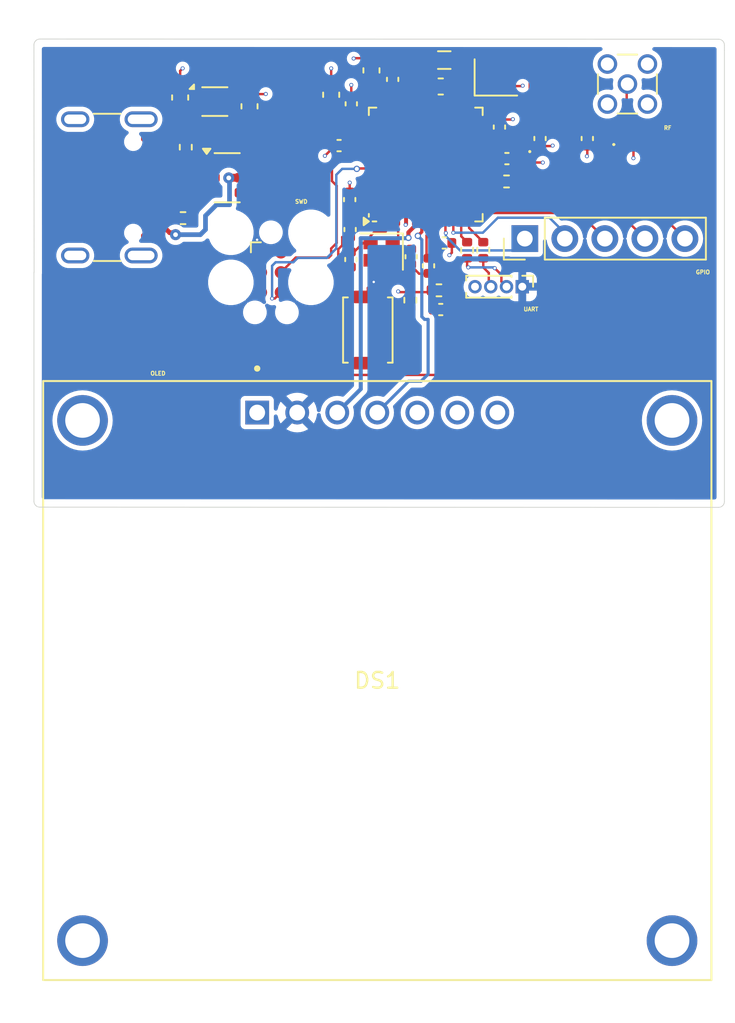
<source format=kicad_pcb>
(kicad_pcb (version 20240108) (generator "pcbnew") (generator_version "8.0")
  (title_block (title "STM32_WB_I2C_LCD") (date "2024-04-02") (rev "0.1") (company "JOHMS_LAB"))
  (layers (0 "F.Cu" signal) (1 "In1.Cu" signal) (2 "In2.Cu" signal) (31 "B.Cu" signal) (34 "B.Paste" user) (35 "F.Paste" user) (36 "B.SilkS" user "B.Silkscreen") (37 "F.SilkS" user "F.Silkscreen") (38 "B.Mask" user) (39 "F.Mask" user) (44 "Edge.Cuts" user))
  (net 0 "")
  (net 1 "GND")
  (net 2 "+3V3")
  (net 3 "/SMPSFB")
  (net 4 "/LSE_IN")
  (net 5 "/LSE_OUT")
  (net 6 "/RF")
  (net 7 "/RF_Match")
  (net 8 "/SWD_NRST")
  (net 9 "/BOOT0")
  (net 10 "+5V")
  (net 11 "Net-(R5--)")
  (net 12 "Net-(R5-+)")
  (net 13 "/RF_Antenna")
  (net 14 "Net-(J2-SWDIO)")
  (net 15 "Net-(J2-SWO)")
  (net 16 "Net-(J2-SWCLK)")
  (net 17 "/GPIO5")
  (net 18 "/GPIO3")
  (net 19 "/GPIO4")
  (net 20 "/GPIO2")
  (net 21 "/GPIO1")
  (net 22 "/SMPSLX")
  (net 23 "/SMPSLXL")
  (net 24 "Net-(R2-+)")
  (net 25 "/UART_TX")
  (net 26 "Net-(J3-Pin_2)")
  (net 27 "Net-(J3-Pin_3)")
  (net 28 "/UART_RX")
  (net 33 "/SCL")
  (net 40 "/HSE_OUT")
  (net 42 "/SDA")
  (net 43 "/HSE_IN")
  (net 47 "/USB_D-")
  (net 48 "/USB_D+")
  (net 49 "Net-(J5-CC1)")
  (net 50 "Net-(J5-CC2)")
  (footprint "Capacitor_SMD:C_0603_1608Metric" (layer "F.Cu") (at 216.405 89.755 90)
    (property "Reference" "C8" (hide yes))
    (property "Value" "4.7uF")
  )
  (footprint "Capacitor_SMD:C_0402_1005Metric" (layer "F.Cu") (at 217.75 90.325 90)
    (property "Reference" "C9" (hide yes))
    (property "Value" "100nF")
  )
  (footprint "Capacitor_SMD:C_0402_1005Metric" (layer "F.Cu") (at 215.025 97.95 90)
    (property "Reference" "C5" (hide yes))
    (property "Value" "100nF")
  )
  (footprint "LED_SMD:LED_0402_1005Metric_Pad0.77x0.64mm_HandSolder" (layer "F.Cu") (at 226.45 96.17 -90)
    (property "Reference" "D1" (hide yes))
    (property "Value" "LED")
  )
  (footprint "Capacitor_SMD:C_0402_1005Metric" (layer "F.Cu") (at 215.125 91.875 90)
    (property "Reference" "C6" (hide yes))
    (property "Value" "100nF")
  )
  (footprint "Crystal:Crystal_SMD_2016-4Pin_2.0x1.6mm" (layer "F.Cu") (at 224.3 90.2)
    (property "Reference" "Y2" (hide yes))
    (property "Value" "32MHz")
  )
  (footprint "Capacitor_SMD:C_0603_1608Metric" (layer "F.Cu") (at 213.85 91.3 90)
    (property "Reference" "C7" (hide yes))
    (property "Value" "4.7uF")
  )
  (footprint "Capacitor_SMD:C_0402_1005Metric" (layer "F.Cu") (at 224.525 93.35 90)
    (property "Reference" "C3" (hide yes))
    (property "Value" "100nF")
  )
  (footprint "Resistor_SMD:R_0402_1005Metric" (layer "F.Cu") (at 224.975 96.8)
    (property "Reference" "R5" (hide yes))
    (property "Value" "220")
  )
  (footprint "Capacitor_SMD:C_0603_1608Metric" (layer "F.Cu") (at 208.6675 92.0325 90)
    (property "Reference" "C19" (hide yes))
    (property "Value" "4.7uF")
  )
  (footprint "Package_DFN_QFN:QFN-48-1EP_7x7mm_P0.5mm_EP5.6x5.6mm" (layer "F.Cu") (at 219.85 95.725 90)
    (property "Reference" "U1" (hide yes))
    (property "Value" "STM32WB55CEU6")
  )
  (footprint "Resistor_SMD:R_0402_1005Metric" (layer "F.Cu") (at 223.5 101.16 -90)
    (property "Reference" "R7" (hide yes))
    (property "Value" "100")
  )
  (footprint "Package_TO_SOT_SMD:SOT-23-6" (layer "F.Cu") (at 207.25 96.5625)
    (property "Reference" "U2" (hide yes))
    (property "Value" "USBLC6-2SC6")
  )
  (footprint "Package_DFN_QFN:MLF-6-1EP_1.6x1.6mm_P0.5mm_EP0.5x1.26mm" (layer "F.Cu") (at 206.4675 91.7325)
    (property "Reference" "U3" (hide yes))
    (property "Value" "MIC5353-3.3YMT")
  )
  (footprint "Connector_PinHeader_2.54mm:PinHeader_1x05_P2.54mm_Vertical" (layer "F.Cu") (at 226.135 100.425 90)
    (property "Reference" "J4" (hide yes))
    (property "Value" "Conn_01x05_Pin")
  )
  (footprint "Connector_Coaxial:MMCX_Molex_73415-1471_Vertical" (layer "F.Cu") (at 232.645 90.62)
    (property "Reference" "J1" (hide yes))
    (property "Value" "Conn_Coaxial")
  )
  (footprint "Button_Switch_SMD:SW_Push_SPST_NO_Alps_SKRK" (layer "F.Cu") (at 216.175 106.225 -90)
    (property "Reference" "SW1" (hide yes))
    (property "Value" "SW_Push")
  )
  (footprint "Connector:Tag-Connect_TC2030-IDC-FP_2x03_P1.27mm_Vertical" (layer "F.Cu") (at 210.025 102.565 -90)
    (property "Reference" "J2" (hide yes))
    (property "Value" "Conn_ARM_SWD_TagConnect_TC2030")
  )
  (footprint "Connector_PinHeader_1.00mm:PinHeader_1x04_P1.00mm_Vertical" (layer "F.Cu") (at 225.975 103.475 -90)
    (property "Reference" "J3" (hide yes))
    (property "Value" "Conn_01x04")
  )
  (footprint "Capacitor_SMD:C_0402_1005Metric" (layer "F.Cu") (at 230.1 94.075 -90)
    (property "Reference" "C15" (hide yes))
    (property "Value" "0p3")
  )
  (footprint "DLF162500LT-5028A1:DLF162500LT5028A1" (layer "F.Cu") (at 233.03 94.557)
    (property "Reference" "FL1" (hide yes))
    (property "Value" "DLF162500LT-5028A1" (hide yes))
  )
  (footprint "Inductor_SMD:L_0402_1005Metric" (layer "F.Cu") (at 218.75 90.5955 -90)
    (property "Reference" "L1" (hide yes))
    (property "Value" "10nH")
  )
  (footprint "Capacitor_SMD:C_0603_1608Metric" (layer "F.Cu") (at 204.2675 91.475 90)
    (property "Reference" "C18" (hide yes))
    (property "Value" "4.7uF")
  )
  (footprint "Capacitor_SMD:C_0402_1005Metric" (layer "F.Cu") (at 215.1 101.75 90)
    (property "Reference" "C12" (hide yes))
    (property "Value" "10pF")
  )
  (footprint "Resistor_SMD:R_0402_1005Metric" (layer "F.Cu") (at 204.625 94.625 90)
    (property "Reference" "R3" (hide yes))
    (property "Value" "5k1")
  )
  (footprint "Resistor_SMD:R_0402_1005Metric" (layer "F.Cu") (at 222.475 101.16 -90)
    (property "Reference" "R6" (hide yes))
    (property "Value" "100")
  )
  (footprint "Capacitor_SMD:C_0402_1005Metric" (layer "F.Cu") (at 220.025 102.15 -90)
    (property "Reference" "C16" (hide yes))
    (property "Value" "100n")
  )
  (footprint "Capacitor_SMD:C_0402_1005Metric" (layer "F.Cu") (at 225 95.35)
    (property "Reference" "C2" (hide yes))
    (property "Value" "100nF")
  )
  (footprint "Resistor_SMD:R_0402_1005Metric" (layer "F.Cu") (at 220.687 103.705)
    (property "Reference" "R1" (hide yes))
    (property "Value" "5k1")
  )
  (footprint "Capacitor_SMD:C_0603_1608Metric" (layer "F.Cu") (at 220.8 90.775)
    (property "Reference" "C11" (hide yes))
    (property "Value" "4u7F")
  )
  (footprint "AOM12864A0-1.54WW-ANO:LCD_AOM12864A0-1.54WW-ANO" (layer "F.Cu") (at 216.775 128.4595)
    (property "Reference" "DS1")
    (property "Value" "AOM12864A0-1.54WW-ANO")
  )
  (footprint "Capacitor_SMD:C_0402_1005Metric" (layer "F.Cu") (at 214.35 94.525 180)
    (property "Reference" "C10" (hide yes))
    (property "Value" "100nF")
  )
  (footprint "Resistor_SMD:R_0402_1005Metric" (layer "F.Cu") (at 204.45 99.125)
    (property "Reference" "R4" (hide yes))
    (property "Value" "5k1")
  )
  (footprint "Crystal:Crystal_SMD_2016-4Pin_2.0x1.6mm" (layer "F.Cu") (at 217.05 101.25 180)
    (property "Reference" "Y1" (hide yes))
    (property "Value" "32.768kHz")
  )
  (footprint "Inductor_SMD:L_0805_2012Metric" (layer "F.Cu") (at 221.025 89.1 180)
    (property "Reference" "L2" (hide yes))
    (property "Value" "10uH")
  )
  (footprint "Inductor_SMD:L_0402_1005Metric" (layer "F.Cu") (at 228.6 93.625 180)
    (property "Reference" "L3" (hide yes))
    (property "Value" "2n7")
  )
  (footprint "Capacitor_SMD:C_0402_1005Metric" (layer "F.Cu") (at 220.8 104.925)
    (property "Reference" "C17" (hide yes))
    (property "Value" "100nF")
  )
  (footprint "Capacitor_SMD:C_0402_1005Metric" (layer "F.Cu") (at 215.05 99.85 -90)
    (property "Reference" "C1" (hide yes))
    (property "Value" "100nF")
  )
  (footprint "Resistor_SMD:R_0402_1005Metric" (layer "F.Cu") (at 218.872 104.33 90)
    (property "Reference" "R2" (hide yes))
    (property "Value" "100")
  )
  (footprint "Capacitor_SMD:C_0402_1005Metric" (layer "F.Cu") (at 221.025 100.7)
    (property "Reference" "C4" (hide yes))
    (property "Value" "100nF")
  )
  (footprint "Connector_USB:USB_C_Receptacle_GCT_USB4105-xx-A_16P_TopMnt_Horizontal" (layer "F.Cu") (at 198.685 97.175 -90)
    (property "Reference" "J5" (hide yes))
    (property "Value" "USB_C_Receptacle_USB2.0_16P")
  )
  (footprint "Capacitor_SMD:C_0402_1005Metric" (layer "F.Cu") (at 218.925 101.575 90)
    (property "Reference" "C13" (hide yes))
    (property "Value" "10pF")
  )
  (footprint "Capacitor_SMD:C_0402_1005Metric" (layer "F.Cu") (at 227.1 94.075 -90)
    (property "Reference" "C14" (hide yes))
    (property "Value" "0p8")
  )
  (gr_arc (start 238.425 87.775) (mid 238.690165 87.884835) (end 238.8 88.15) (stroke (width 0.05)) (layer "Edge.Cuts"))
  (gr_arc (start 195.365165 117.459835) (mid 195.1 117.35) (end 194.990165 117.084835) (stroke (width 0.05)) (layer "Edge.Cuts"))
  (gr_line (start 238.8 117.1) (end 238.8 88.475) (stroke (width 0.05)) (layer "Edge.Cuts"))
  (gr_line (start 238.425 87.775) (end 195.365165 87.765165) (stroke (width 0.05)) (layer "Edge.Cuts"))
  (gr_line (start 195.365165 117.459835) (end 238.425 117.475) (stroke (width 0.05)) (layer "Edge.Cuts"))
  (gr_arc (start 238.8 117.1) (mid 238.690165 117.365165) (end 238.425 117.475) (stroke (width 0.05)) (layer "Edge.Cuts"))
  (gr_line (start 194.990165 102.559835) (end 194.990165 117.084835) (stroke (width 0.05)) (layer "Edge.Cuts"))
  (gr_line (start 194.990165 88.140165) (end 195 102.575) (stroke (width 0.05)) (layer "Edge.Cuts"))
  (gr_arc (start 194.990165 88.140165) (mid 195.1 87.875) (end 195.365165 87.765165) (stroke (width 0.05)) (layer "Edge.Cuts"))
  (gr_line (start 238.8 88.475) (end 238.8 88.15) (stroke (width 0.05)) (layer "Edge.Cuts"))
  (gr_text "UART\n" (at 226.025 105.05 0) (layer "F.SilkS") (effects (font (size 0.25 0.25) (thickness 0.0625)) (justify left bottom)))
  (gr_text "RF" (at 234.925 93.55 0) (layer "F.SilkS") (effects (font (size 0.25 0.25) (thickness 0.0625)) (justify left bottom)))
  (gr_text "OLED\n\n" (at 202.35 109.525 0) (layer "F.SilkS") (effects (font (size 0.25 0.25) (thickness 0.0625)) (justify left bottom)))
  (gr_text "GPIO\n" (at 236.95 102.7 0) (layer "F.SilkS") (effects (font (size 0.25 0.25) (thickness 0.0625)) (justify left bottom)))
  (gr_text "SWD\n" (at 211.525 98.225 0) (layer "F.SilkS") (effects (font (size 0.25 0.25) (thickness 0.0625)) (justify left bottom)))
  (segment (start 219.1 92.2875) (end 219.1 94.975) (width 0.152) (layer "F.Cu") (net 1))
  (segment (start 230.1 94.555) (end 230.1 95.175) (width 0.152) (layer "F.Cu") (net 1))
  (segment (start 218.925 102.15) (end 219.425 102.65) (width 0.152) (layer "F.Cu") (net 1))
  (segment (start 220.42 103.025) (end 220.025 102.63) (width 0.152) (layer "F.Cu") (net 1))
  (segment (start 223.6 89.65) (end 223.4 89.65) (width 0.152) (layer "F.Cu") (net 1))
  (segment (start 208.6675 91.2575) (end 209.6925 91.2575) (width 0.152) (layer "F.Cu") (net 1))
  (segment (start 218.925 102.055) (end 218.925 102.15) (width 0.152) (layer "F.Cu") (net 1))
  (segment (start 222.275 90.775) (end 221.575 90.775) (width 0.152) (layer "F.Cu") (net 1))
  (segment (start 227.1 94.555) (end 227.87 94.555) (width 0.152) (layer "F.Cu") (net 1))
  (segment (start 223.4 89.65) (end 222.275 90.775) (width 0.152) (layer "F.Cu") (net 1))
  (segment (start 204.2675 90.7) (end 204.2675 89.7825) (width 0.152) (layer "F.Cu") (net 1))
  (segment (start 214.805 102.23) (end 215.1 102.23) (width 0.152) (layer "F.Cu") (net 1))
  (segment (start 213.85 90.525) (end 213.85 89.625) (width 0.152) (layer "F.Cu") (net 1))
  (segment (start 219.1 94.975) (end 219.85 95.725) (width 0.152) (layer "F.Cu") (net 1))
  (segment (start 233.03 94.33) (end 233.03 94.784) (width 0.152) (layer "F.Cu") (net 1))
  (segment (start 220.005 102.65) (end 220.025 102.63) (width 0.152) (layer "F.Cu") (net 1))
  (segment (start 227.87 94.555) (end 227.9 94.525) (width 0.152) (layer "F.Cu") (net 1))
  (segment (start 209.6925 91.2575) (end 209.7 91.25) (width 0.152) (layer "F.Cu") (net 1))
  (segment (start 221.15 103.658) (end 221.15 103.025) (width 0.152) (layer "F.Cu") (net 1))
  (segment (start 204.2675 89.7825) (end 204.425 89.625) (width 0.152) (layer "F.Cu") (net 1))
  (segment (start 225 90.75) (end 225.975 90.75) (width 0.152) (layer "F.Cu") (net 1))
  (segment (start 221.15 103.025) (end 220.42 103.025) (width 0.152) (layer "F.Cu") (net 1))
  (segment (start 225.48 95.35) (end 226.2025 95.35) (width 0.152) (layer "F.Cu") (net 1))
  (segment (start 214.557 100.33) (end 214.552 100.325) (width 0.152) (layer "F.Cu") (net 1))
  (segment (start 214.3 101.097804) (end 214.3 101.725) (width 0.152) (layer "F.Cu") (net 1))
  (segment (start 214.3 101.725) (end 214.805 102.23) (width 0.152) (layer "F.Cu") (net 1))
  (segment (start 221.6 93.975) (end 219.85 95.725) (width 0.152) (layer "F.Cu") (net 1))
  (segment (start 213.45 95.175) (end 213.87 94.755) (width 0.152) (layer "F.Cu") (net 1))
  (segment (start 225.975 90.75) (end 226 90.725) (width 0.152) (layer "F.Cu") (net 1))
  (segment (start 223.2875 93.975) (end 221.6 93.975) (width 0.152) (layer "F.Cu") (net 1))
  (segment (start 221.28 103.788) (end 221.197 103.705) (width 0.152) (layer "F.Cu") (net 1))
  (segment (start 224.525 92.87) (end 225.355 92.87) (width 0.152) (layer "F.Cu") (net 1))
  (segment (start 226.2025 95.35) (end 226.45 95.5975) (width 0.152) (layer "F.Cu") (net 1))
  (segment (start 215.025 96.875) (end 215.025 97.47) (width 0.152) (layer "F.Cu") (net 1))
  (segment (start 221.505 101.32) (end 221.505 100.7) (width 0.152) (layer "F.Cu") (net 1))
  (segment (start 226.45 95.5975) (end 227.2725 95.5975) (width 0.152) (layer "F.Cu") (net 1))
  (segment (start 233.03 94.784) (end 233.03 95.32) (width 0.152) (layer "F.Cu") (net 1))
  (segment (start 215.295 88.98) (end 215.275 89) (width 0.152) (layer "F.Cu") (net 1))
  (segment (start 230.1 95.175) (end 230.075 95.2) (width 0.152) (layer "F.Cu") (net 1))
  (segment (start 216.405 88.98) (end 215.295 88.98) (width 0.152) (layer "F.Cu") (net 1))
  (segment (start 214.552 100.845804) (end 214.3 101.097804) (width 0.152) (layer "F.Cu") (net 1))
  (segment (start 214.552 100.325) (end 214.552 100.845804) (width 0.152) (layer "F.Cu") (net 1))
  (segment (start 227.2725 95.5975) (end 227.275 95.6) (width 0.152) (layer "F.Cu") (net 1))
  (segment (start 221.35 101.475) (end 221.505 101.32) (width 0.152) (layer "F.Cu") (net 1))
  (segment (start 215.05 100.33) (end 214.557 100.33) (width 0.152) (layer "F.Cu") (net 1))
  (segment (start 219.425 102.65) (end 220.005 102.65) (width 0.152) (layer "F.Cu") (net 1))
  (segment (start 221.28 104.925) (end 221.28 103.788) (width 0.152) (layer "F.Cu") (net 1))
  (segment (start 225.355 92.87) (end 225.375 92.85) (width 0.152) (layer "F.Cu") (net 1))
  (segment (start 221.197 103.705) (end 221.15 103.658) (width 0.152) (layer "F.Cu") (net 1))
  (segment (start 215.125 91.395) (end 215.125 90.675) (width 0.152) (layer "F.Cu") (net 1))
  (segment (start 213.87 94.755) (end 213.87 94.525) (width 0.152) (layer "F.Cu") (net 1))
  (segment (start 221 103.508) (end 221.197 103.705) (width 0.152) (layer "F.Cu") (net 1))
  (segment (start 233.03 95.32) (end 233.025 95.325) (width 0.152) (layer "F.Cu") (net 1))
  (via (at 213.85 89.625) (size 0.256) (drill 0.152) (layers "F.Cu" "B.Cu") (net 1))
  (via (at 213.45 95.175) (size 0.256) (drill 0.152) (layers "F.Cu" "B.Cu") (net 1))
  (via (at 225.375 92.85) (size 0.256) (drill 0.152) (layers "F.Cu" "B.Cu") (net 1))
  (via (at 230.075 95.2) (size 0.256) (drill 0.152) (layers "F.Cu" "B.Cu") (net 1))
  (via (at 215.275 89) (size 0.256) (drill 0.152) (layers "F.Cu" "B.Cu") (net 1))
  (via (at 227.275 95.6) (size 0.256) (drill 0.152) (layers "F.Cu" "B.Cu") (net 1))
  (via (at 204.425 89.625) (size 0.256) (drill 0.152) (layers "F.Cu" "B.Cu") (net 1))
  (via (at 233.025 95.325) (size 0.256) (drill 0.152) (layers "F.Cu" "B.Cu") (net 1))
  (via (at 227.9 94.525) (size 0.256) (drill 0.152) (layers "F.Cu" "B.Cu") (net 1))
  (via (at 215.125 90.675) (size 0.256) (drill 0.152) (layers "F.Cu" "B.Cu") (net 1))
  (via (at 221.35 101.475) (size 0.256) (drill 0.152) (layers "F.Cu" "B.Cu") (net 1))
  (via (at 215.025 96.875) (size 0.256) (drill 0.152) (layers "F.Cu" "B.Cu") (net 1))
  (via (at 226 90.725) (size 0.256) (drill 0.152) (layers "F.Cu" "B.Cu") (net 1))
  (via (at 209.7 91.25) (size 0.256) (drill 0.152) (layers "F.Cu" "B.Cu") (net 1))
  (segment (start 216.025 91.8) (end 216.025 92.3) (width 0.152) (layer "F.Cu") (net 2))
  (segment (start 216.4125 98.475) (end 215.07 98.475) (width 0.256) (layer "F.Cu") (net 2))
  (segment (start 207.2675 93.0425) (end 207.275 93.05) (width 0.152) (layer "F.Cu") (net 2))
  (segment (start 216.3375 99.1625) (end 216.05 99.45) (width 0.256) (layer "F.Cu") (net 2))
  (segment (start 216.68 90.805) (end 216.405 90.53) (width 0.256) (layer "F.Cu") (net 2))
  (segment (start 208.6675 92.8075) (end 208.425 93.05) (width 0.152) (layer "F.Cu") (net 2))
  (segment (start 208.425 93.05) (end 207.275 93.05) (width 0.152) (layer "F.Cu") (net 2))
  (segment (start 215.18 92.3) (end 215.125 92.355) (width 0.152) (layer "F.Cu") (net 2))
  (segment (start 223.3125 95) (end 223.2875 94.975) (width 0.256) (layer "F.Cu") (net 2))
  (segment (start 215.07 98.475) (end 215.025 98.43) (width 0.256) (layer "F.Cu") (net 2))
  (segment (start 220.6 100.645) (end 220.545 100.7) (width 0.152) (layer "F.Cu") (net 2))
  (segment (start 216.025 92.3) (end 215.18 92.3) (width 0.152) (layer "F.Cu") (net 2))
  (segment (start 218.1 91.155) (end 217.75 90.805) (width 0.256) (layer "F.Cu") (net 2))
  (segment (start 216.4125 94.475) (end 214.88 94.475) (width 0.152) (layer "F.Cu") (net 2))
  (segment (start 218.1 92.2875) (end 218.1 91.155) (width 0.256) (layer "F.Cu") (net 2))
  (segment (start 217.1 99.1625) (end 216.3375 99.1625) (width 0.256) (layer "F.Cu") (net 2))
  (segment (start 224.525 93.83) (end 224.205 93.83) (width 0.256) (layer "F.Cu") (net 2))
  (segment (start 217.75 90.805) (end 216.68 90.805) (width 0.256) (layer "F.Cu") (net 2))
  (segment (start 217.5 91.525) (end 216.3 91.525) (width 0.152) (layer "F.Cu") (net 2))
  (segment (start 209.1 100.55) (end 209.15 100.5) (width 0.152) (layer "F.Cu") (net 2))
  (segment (start 216.175 103.55) (end 216.55 103.175) (width 0.152) (layer "F.Cu") (net 2))
  (segment (start 224.205 93.83) (end 223.85 93.475) (width 0.256) (layer "F.Cu") (net 2))
  (segment (start 216.05 99.45) (end 215.13 99.45) (width 0.256) (layer "F.Cu") (net 2))
  (segment (start 216.175 104.125) (end 216.175 103.55) (width 0.152) (layer "F.Cu") (net 2))
  (segment (start 215.13 99.45) (end 215.05 99.37) (width 0.256) (layer "F.Cu") (net 2))
  (segment (start 207.2675 92.2325) (end 207.2675 93.0425) (width 0.152) (layer "F.Cu") (net 2))
  (segment (start 217.6 91.625) (end 217.5 91.525) (width 0.152) (layer "F.Cu") (net 2))
  (segment (start 217.6 92.2875) (end 217.6 91.625) (width 0.152) (layer "F.Cu") (net 2))
  (segment (start 209.39 101.295) (end 209.39 100.89) (width 0.152) (layer "F.Cu") (net 2))
  (segment (start 209.39 100.89) (end 209.1 100.6) (width 0.152) (layer "F.Cu") (net 2))
  (segment (start 214.88 94.475) (end 214.83 94.525) (width 0.152) (layer "F.Cu") (net 2))
  (segment (start 224.52 95.22) (end 224.3 95) (width 0.256) (layer "F.Cu") (net 2))
  (segment (start 215.125 92.355) (end 214.13 92.355) (width 0.152) (layer "F.Cu") (net 2))
  (segment (start 214.13 92.355) (end 213.85 92.075) (width 0.152) (layer "F.Cu") (net 2))
  (segment (start 216.3 91.525) (end 216.025 91.8) (width 0.152) (layer "F.Cu") (net 2))
  (segment (start 224.52 95.35) (end 224.52 95.22) (width 0.256) (layer "F.Cu") (net 2))
  (segment (start 209.1 100.6) (end 209.1 100.55) (width 0.152) (layer "F.Cu") (net 2))
  (segment (start 223.85 93.475) (end 223.2875 93.475) (width 0.256) (layer "F.Cu") (net 2))
  (segment (start 220.6 99.1625) (end 220.6 100.645) (width 0.152) (layer "F.Cu") (net 2))
  (segment (start 224.3 95) (end 223.3125 95) (width 0.256) (layer "F.Cu") (net 2))
  (via (at 209.15 100.5) (size 0.256) (drill 0.152) (layers "F.Cu" "B.Cu") (net 2))
  (via (at 216.55 103.175) (size 0.256) (drill 0.152) (layers "F.Cu" "B.Cu") (net 2))
  (segment (start 219.6 91.2) (end 220.025 90.775) (width 0.152) (layer "F.Cu") (net 3))
  (segment (start 220.025 90.775) (end 220.975 89.825) (width 0.152) (layer "F.Cu") (net 3))
  (segment (start 220.975 89.2) (end 221.9875 89.2) (width 0.152) (layer "F.Cu") (net 3))
  (segment (start 219.6 92.2875) (end 219.6 91.2) (width 0.152) (layer "F.Cu") (net 3))
  (segment (start 221.9875 89.2) (end 222.0875 89.1) (width 0.152) (layer "F.Cu") (net 3))
  (segment (start 220.975 89.825) (end 220.975 89.2) (width 0.152) (layer "F.Cu") (net 3))
  (segment (start 217.3 99.975) (end 216.625 99.975) (width 0.152) (layer "F.Cu") (net 4))
  (segment (start 216.625 99.975) (end 216.35 100.25) (width 0.152) (layer "F.Cu") (net 4))
  (segment (start 217.6 99.675) (end 217.3 99.975) (width 0.152) (layer "F.Cu") (net 4))
  (segment (start 215.1 101.27) (end 215.305 101.27) (width 0.152) (layer "F.Cu") (net 4))
  (segment (start 215.875 100.7) (end 216.35 100.7) (width 0.152) (layer "F.Cu") (net 4))
  (segment (start 215.305 101.27) (end 215.875 100.7) (width 0.152) (layer "F.Cu") (net 4))
  (segment (start 216.35 100.25) (end 216.35 100.7) (width 0.152) (layer "F.Cu") (net 4))
  (segment (start 217.6 99.1625) (end 217.6 99.675) (width 0.152) (layer "F.Cu") (net 4))
  (segment (start 218.1 100.35) (end 217.75 100.7) (width 0.152) (layer "F.Cu") (net 5))
  (segment (start 218.145 101.095) (end 218.925 101.095) (width 0.152) (layer "F.Cu") (net 5))
  (segment (start 218.1 99.1625) (end 218.1 100.35) (width 0.152) (layer "F.Cu") (net 5))
  (segment (start 217.75 100.7) (end 218.145 101.095) (width 0.152) (layer "F.Cu") (net 5))
  (segment (start 227.1 93.595) (end 228.085 93.595) (width 0.152) (layer "F.Cu") (net 6))
  (segment (start 223.2875 94.475) (end 225.325 94.475) (width 0.152) (layer "F.Cu") (net 6))
  (segment (start 228.085 93.595) (end 228.115 93.625) (width 0.152) (layer "F.Cu") (net 6))
  (segment (start 226.205 93.595) (end 227.1 93.595) (width 0.152) (layer "F.Cu") (net 6))
  (segment (start 225.325 94.475) (end 226.205 93.595) (width 0.152) (layer "F.Cu") (net 6))
  (segment (start 229.085 93.625) (end 230.07 93.625) (width 0.152) (layer "F.Cu") (net 7))
  (segment (start 230.07 93.625) (end 230.1 93.595) (width 0.152) (layer "F.Cu") (net 7))
  (segment (start 230.1 93.595) (end 231.456 93.595) (width 0.152) (layer "F.Cu") (net 7))
  (segment (start 231.456 93.595) (end 232.418 94.557) (width 0.152) (layer "F.Cu") (net 7))
  (segment (start 220.445 101.67) (end 220.025 101.67) (width 0.152) (layer "F.Cu") (net 8))
  (segment (start 222.025 104.625) (end 221.85 104.45) (width 0.152) (layer "F.Cu") (net 8))
  (segment (start 219.9 100.225) (end 219.9 101.545) (width 0.152) (layer "F.Cu") (net 8))
  (segment (start 205.775 102.625) (end 205.775 104.075) (width 0.152) (layer "F.Cu") (net 8))
  (segment (start 219.9 101.545) (end 220.025 101.67) (width 0.152) (layer "F.Cu") (net 8))
  (segment (start 210.775 109.075) (end 222.025 109.075) (width 0.152) (layer "F.Cu") (net 8))
  (segment (start 220.1 100.025) (end 219.9 100.225) (width 0.152) (layer "F.Cu") (net 8))
  (segment (start 205.775 104.075) (end 210.775 109.075) (width 0.152) (layer "F.Cu") (net 8))
  (segment (start 220.1 99.1625) (end 220.1 100.025) (width 0.152) (layer "F.Cu") (net 8))
  (segment (start 206.775 101.625) (end 205.775 102.625) (width 0.152) (layer "F.Cu") (net 8))
  (segment (start 221.85 104.45) (end 221.85 103.075) (width 0.152) (layer "F.Cu") (net 8))
  (segment (start 222.025 109.075) (end 222.025 104.625) (width 0.152) (layer "F.Cu") (net 8))
  (segment (start 209.39 102.565) (end 209.39 102.54) (width 0.152) (layer "F.Cu") (net 8))
  (segment (start 221.85 103.075) (end 220.445 101.67) (width 0.152) (layer "F.Cu") (net 8))
  (segment (start 208.475 101.625) (end 206.775 101.625) (width 0.152) (layer "F.Cu") (net 8))
  (segment (start 209.39 102.54) (end 208.475 101.625) (width 0.152) (layer "F.Cu") (net 8))
  (segment (start 220.177 103.705) (end 220.177 104.782) (width 0.152) (layer "F.Cu") (net 9))
  (segment (start 218.6 99.525) (end 218.575 99.55) (width 0.152) (layer "F.Cu") (net 9))
  (segment (start 218.872 103.82) (end 220.062 103.82) (width 0.152) (layer "F.Cu") (net 9))
  (segment (start 218.145 103.82) (end 218.1 103.775) (width 0.152) (layer "F.Cu") (net 9))
  (segment (start 220.177 104.782) (end 220.32 104.925) (width 0.152) (layer "F.Cu") (net 9))
  (segment (start 218.872 103.82) (end 218.145 103.82) (width 0.152) (layer "F.Cu") (net 9))
  (segment (start 218.6 99.1625) (end 218.6 99.525) (width 0.152) (layer "F.Cu") (net 9))
  (segment (start 220.062 103.82) (end 220.177 103.705) (width 0.152) (layer "F.Cu") (net 9))
  (via (at 218.575 99.55) (size 0.256) (drill 0.152) (layers "F.Cu" "B.Cu") (net 9))
  (via (at 218.1 103.775) (size 0.256) (drill 0.152) (layers "F.Cu" "B.Cu") (net 9))
  (segment (start 204.2675 92.1075) (end 204.2675 92.25) (width 0.3) (layer "F.Cu") (net 10))
  (segment (start 203.6 100.05) (end 203.85 100.05) (width 0.3) (layer "F.Cu") (net 10))
  (segment (start 204.285 92.2325) (end 204.2675 92.25) (width 0.3) (layer "F.Cu") (net 10))
  (segment (start 205.1425 91.2325) (end 204.2675 92.1075) (width 0.3) (layer "F.Cu") (net 10))
  (segment (start 203.75 94.75) (end 203.75 92.725) (width 0.3) (layer "F.Cu") (net 10))
  (segment (start 207.35 96.575) (end 207.3625 96.5625) (width 0.5) (layer "F.Cu") (net 10))
  (segment (start 203.125 99.575) (end 202.365 99.575) (width 0.3) (layer "F.Cu") (net 10))
  (segment (start 204.225 92.25) (end 204.2675 92.25) (width 0.3) (layer "F.Cu") (net 10))
  (segment (start 203.6 100.05) (end 203.125 99.575) (width 0.3) (layer "F.Cu") (net 10))
  (segment (start 202.365 94.775) (end 203.725 94.775) (width 0.3) (layer "F.Cu") (net 10))
  (segment (start 207.3625 96.5625) (end 208.3875 96.5625) (width 0.5) (layer "F.Cu") (net 10))
  (segment (start 203.85 100.05) (end 203.975 100.175) (width 0.3) (layer "F.Cu") (net 10))
  (segment (start 205.6675 92.2325) (end 204.285 92.2325) (width 0.3) (layer "F.Cu") (net 10))
  (segment (start 203.75 92.725) (end 204.225 92.25) (width 0.3) (layer "F.Cu") (net 10))
  (segment (start 205.6675 91.2325) (end 205.1425 91.2325) (width 0.3) (layer "F.Cu") (net 10))
  (segment (start 203.725 94.775) (end 203.75 94.75) (width 0.3) (layer "F.Cu") (net 10))
  (via (at 203.975 100.175) (size 0.7) (drill 0.3) (layers "F.Cu" "B.Cu") (net 10))
  (via (at 207.35 96.575) (size 0.7) (drill 0.3) (layers "F.Cu" "B.Cu") (net 10))
  (segment (start 205.875 99.85) (end 205.875 98.975) (width 0.3) (layer "B.Cu") (net 10))
  (segment (start 207.4 96.625) (end 207.35 96.575) (width 0.3) (layer "B.Cu") (net 10))
  (segment (start 205.55 100.175) (end 205.875 99.85) (width 0.3) (layer "B.Cu") (net 10))
  (segment (start 207.4 98.275) (end 207.4 96.625) (width 0.3) (layer "B.Cu") (net 10))
  (segment (start 206.575 98.275) (end 207.4 98.275) (width 0.3) (layer "B.Cu") (net 10))
  (segment (start 205.875 98.975) (end 206.575 98.275) (width 0.3) (layer "B.Cu") (net 10))
  (segment (start 203.975 100.175) (end 205.55 100.175) (width 0.3) (layer "B.Cu") (net 10))
  (segment (start 225.485 96.8) (end 226.3925 96.8) (width 0.152) (layer "F.Cu") (net 11))
  (segment (start 226.3925 96.8) (end 226.45 96.7425) (width 0.152) (layer "F.Cu") (net 11))
  (segment (start 223.2875 96.975) (end 224.29 96.975) (width 0.152) (layer "F.Cu") (net 12))
  (segment (start 224.29 96.975) (end 224.465 96.8) (width 0.152) (layer "F.Cu") (net 12))
  (segment (start 233.643 94.557) (end 233.643 93.468) (width 0.152) (layer "F.Cu") (net 13))
  (segment (start 232.6 90.665) (end 232.645 90.62) (width 0.152) (layer "F.Cu") (net 13))
  (segment (start 232.6 92.425) (end 232.6 90.665) (width 0.152) (layer "F.Cu") (net 13))
  (segment (start 233.643 93.468) (end 232.6 92.425) (width 0.152) (layer "F.Cu") (net 13))
  (segment (start 215.45 93.85) (end 213.549944 93.85) (width 0.152) (layer "F.Cu") (net 14))
  (segment (start 211 100.955) (end 210.66 101.295) (width 0.152) (layer "F.Cu") (net 14))
  (segment (start 215.575 93.975) (end 215.45 93.85) (width 0.152) (layer "F.Cu") (net 14))
  (segment (start 216.4125 93.975) (end 215.575 93.975) (width 0.152) (layer "F.Cu") (net 14))
  (segment (start 213.549944 93.85) (end 213.025 94.374944) (width 0.152) (layer "F.Cu") (net 14))
  (segment (start 213.025 94.374944) (end 213.025 94.475) (width 0.152) (layer "F.Cu") (net 14))
  (segment (start 211 96.5) (end 211 100.955) (width 0.152) (layer "F.Cu") (net 14))
  (segment (start 213.025 94.475) (end 211 96.5) (width 0.152) (layer "F.Cu") (net 14))
  (segment (start 215.5 95.975) (end 215.475 96) (width 0.152) (layer "F.Cu") (net 15))
  (segment (start 210.27 104.225) (end 210.66 103.835) (width 0.152) (layer "F.Cu") (net 15))
  (segment (start 216.4125 95.975) (end 215.5 95.975) (width 0.152) (layer "F.Cu") (net 15))
  (segment (start 210.1 104.225) (end 210.27 104.225) (width 0.152) (layer "F.Cu") (net 15))
  (via (at 215.475 96) (size 0.4) (drill 0.256) (layers "F.Cu" "B.Cu") (net 15))
  (via (at 210.1 104.225) (size 0.256) (drill 0.152) (layers "F.Cu" "B.Cu") (net 15))
  (segment (start 210.1 102.15) (end 210.325 101.925) (width 0.152) (layer "B.Cu") (net 15))
  (segment (start 214.55 96) (end 215.475 96) (width 0.152) (layer "B.Cu") (net 15))
  (segment (start 210.1 104.225) (end 210.1 102.15) (width 0.152) (layer "B.Cu") (net 15))
  (segment (start 211.45 101.925) (end 211.725 101.65) (width 0.152) (layer "B.Cu") (net 15))
  (segment (start 213.575 101.65) (end 214.175 101.05) (width 0.152) (layer "B.Cu") (net 15))
  (segment (start 211.725 101.65) (end 213.575 101.65) (width 0.152) (layer "B.Cu") (net 15))
  (segment (start 214.175 101.05) (end 214.175 96.375) (width 0.152) (layer "B.Cu") (net 15))
  (segment (start 214.175 96.375) (end 214.55 96) (width 0.152) (layer "B.Cu") (net 15))
  (segment (start 210.325 101.925) (end 211.45 101.925) (width 0.152) (layer "B.Cu") (net 15))
  (segment (start 215.35 95.25) (end 215.35625 95.25625) (width 0.152) (layer "F.Cu") (net 16))
  (segment (start 213.9 95.625) (end 214.275 95.25) (width 0.152) (layer "F.Cu") (net 16))
  (segment (start 213.85 101.475) (end 213.85 101.05) (width 0.152) (layer "F.Cu") (net 16))
  (segment (start 214.2 97.075) (end 213.9 96.775) (width 0.152) (layer "F.Cu") (net 16))
  (segment (start 213.7 101.625) (end 213.85 101.475) (width 0.152) (layer "F.Cu") (net 16))
  (segment (start 215.6375 94.975) (end 216.4125 94.975) (width 0.152) (layer "F.Cu") (net 16))
  (segment (start 215.35625 95.25625) (end 215.6375 94.975) (width 0.152) (layer "F.Cu") (net 16))
  (segment (start 211.6 101.625) (end 213.7 101.625) (width 0.152) (layer "F.Cu") (net 16))
  (segment (start 213.9 96.775) (end 213.9 95.625) (width 0.152) (layer "F.Cu") (net 16))
  (segment (start 210.66 102.565) (end 211.6 101.625) (width 0.152) (layer "F.Cu") (net 16))
  (segment (start 214.275 95.25) (end 215.35 95.25) (width 0.152) (layer "F.Cu") (net 16))
  (segment (start 213.85 101.05) (end 214.2 100.7) (width 0.152) (layer "F.Cu") (net 16))
  (segment (start 214.2 100.7) (end 214.2 97.075) (width 0.152) (layer "F.Cu") (net 16))
  (segment (start 223.2875 97.475) (end 233.345 97.475) (width 0.152) (layer "F.Cu") (net 17))
  (segment (start 233.345 97.475) (end 236.295 100.425) (width 0.152) (layer "F.Cu") (net 17))
  (segment (start 231.215 100.425) (end 229.975 99.185) (width 0.152) (layer "F.Cu") (net 18))
  (segment (start 229.975 99.185) (end 229.975 99.075) (width 0.152) (layer "F.Cu") (net 18))
  (segment (start 229.7 98.8) (end 223.6125 98.8) (width 0.152) (layer "F.Cu") (net 18))
  (segment (start 223.6125 98.8) (end 223.2875 98.475) (width 0.152) (layer "F.Cu") (net 18))
  (segment (start 229.975 99.075) (end 229.7 98.8) (width 0.152) (layer "F.Cu") (net 18))
  (segment (start 223.2875 97.975) (end 231.305 97.975) (width 0.152) (layer "F.Cu") (net 19))
  (segment (start 231.305 97.975) (end 233.755 100.425) (width 0.152) (layer "F.Cu") (net 19))
  (segment (start 221.6 99.1625) (end 221.6 100.05) (width 0.152) (layer "F.Cu") (net 20))
  (via (at 221.6 100.05) (size 0.256) (drill 0.152) (layers "F.Cu" "B.Cu") (net 20))
  (segment (start 221.6 100.05) (end 223.475 100.05) (width 0.152) (layer "B.Cu") (net 20))
  (segment (start 224.425 99.1) (end 227.7 99.1) (width 0.152) (layer "B.Cu") (net 20))
  (segment (start 228.675 100.075) (end 228.675 100.425) (width 0.152) (layer "B.Cu") (net 20))
  (segment (start 227.7 99.1) (end 228.675 100.075) (width 0.152) (layer "B.Cu") (net 20))
  (segment (start 223.475 100.05) (end 224.425 99.1) (width 0.152) (layer "B.Cu") (net 20))
  (segment (start 221.125 100.075) (end 221.1 100.05) (width 0.152) (layer "F.Cu") (net 21))
  (segment (start 221.1 100.05) (end 221.1 99.1625) (width 0.152) (layer "F.Cu") (net 21))
  (via (at 221.125 100.075) (size 0.256) (drill 0.152) (layers "F.Cu" "B.Cu") (net 21))
  (segment (start 221.125 100.275) (end 222.025 101.175) (width 0.152) (layer "B.Cu") (net 21))
  (segment (start 221.125 100.075) (end 221.125 100.275) (width 0.152) (layer "B.Cu") (net 21))
  (segment (start 225.385 101.175) (end 226.135 100.425) (width 0.152) (layer "B.Cu") (net 21))
  (segment (start 222.025 101.175) (end 225.385 101.175) (width 0.152) (layer "B.Cu") (net 21))
  (segment (start 218.6 91.2305) (end 218.75 91.0805) (width 0.152) (layer "F.Cu") (net 22))
  (segment (start 218.6 92.2875) (end 218.6 91.2305) (width 0.152) (layer "F.Cu") (net 22))
  (segment (start 218.925 89.1) (end 219.9625 89.1) (width 0.152) (layer "F.Cu") (net 23))
  (segment (start 218.75 89.275) (end 218.925 89.1) (width 0.152) (layer "F.Cu") (net 23))
  (segment (start 218.75 90.1105) (end 218.75 89.275) (width 0.152) (layer "F.Cu") (net 23))
  (segment (start 218.2 108.325) (end 216.175 108.325) (width 0.152) (layer "F.Cu") (net 24))
  (segment (start 218.25 108.275) (end 218.2 108.325) (width 0.152) (layer "F.Cu") (net 24))
  (segment (start 218.872 104.84) (end 218.25 105.462) (width 0.152) (layer "F.Cu") (net 24))
  (segment (start 218.25 105.462) (end 218.25 108.275) (width 0.152) (layer "F.Cu") (net 24))
  (segment (start 222.1 99.1625) (end 222.1 100.275) (width 0.152) (layer "F.Cu") (net 25))
  (segment (start 222.1 100.275) (end 222.475 100.65) (width 0.152) (layer "F.Cu") (net 25))
  (segment (start 222.475 102.175) (end 222.55 102.25) (width 0.152) (layer "F.Cu") (net 26))
  (segment (start 224.65 102.675) (end 224.65 103.15) (width 0.152) (layer "F.Cu") (net 26))
  (segment (start 224.6 102.675) (end 224.65 102.675) (width 0.152) (layer "F.Cu") (net 26))
  (segment (start 222.475 101.67) (end 222.475 102.175) (width 0.152) (layer "F.Cu") (net 26))
  (segment (start 224.65 103.15) (end 224.975 103.475) (width 0.152) (layer "F.Cu") (net 26))
  (segment (start 224.225 102.3) (end 224.6 102.675) (width 0.152) (layer "F.Cu") (net 26))
  (via (at 222.55 102.25) (size 0.256) (drill 0.152) (layers "F.Cu" "B.Cu") (net 26))
  (via (at 224.225 102.3) (size 0.256) (drill 0.152) (layers "F.Cu" "B.Cu") (net 26))
  (segment (start 224.175 102.25) (end 224.225 102.3) (width 0.152) (layer "B.Cu") (net 26))
  (segment (start 222.55 102.25) (end 224.175 102.25) (width 0.152) (layer "B.Cu") (net 26))
  (segment (start 223.85 103.35) (end 223.975 103.475) (width 0.152) (layer "F.Cu") (net 27))
  (segment (start 223.5 101.67) (end 223.5 102.25) (width 0.152) (layer "F.Cu") (net 27))
  (segment (start 223.5 102.25) (end 223.85 102.6) (width 0.152) (layer "F.Cu") (net 27))
  (segment (start 223.85 102.6) (end 223.85 103.35) (width 0.152) (layer "F.Cu") (net 27))
  (segment (start 222.6 99.75) (end 223.5 100.65) (width 0.152) (layer "F.Cu") (net 28))
  (segment (start 222.6 99.1625) (end 222.6 99.75) (width 0.152) (layer "F.Cu") (net 28))
  (segment (start 218.75 100.025) (end 219.1 99.675) (width 0.256) (layer "F.Cu") (net 33))
  (segment (start 219.1 99.675) (end 219.1 99.1625) (width 0.2) (layer "F.Cu") (net 33))
  (segment (start 218.75 100.375) (end 218.75 100.025) (width 0.256) (layer "F.Cu") (net 33))
  (via (at 218.75 100.375) (size 0.4) (drill 0.256) (layers "F.Cu" "B.Cu") (net 33))
  (segment (start 215.725 100.4) (end 215.725 109.9695) (width 0.256) (layer "B.Cu") (net 33))
  (segment (start 218.75 100.375) (end 218.725 100.4) (width 0.256) (layer "B.Cu") (net 33))
  (segment (start 215.725 109.9695) (end 214.235 111.4595) (width 0.256) (layer "B.Cu") (net 33))
  (segment (start 218.725 100.4) (end 215.725 100.4) (width 0.256) (layer "B.Cu") (net 33))
  (segment (start 223.65 91.9) (end 226.225 91.9) (width 0.256) (layer "F.Cu") (net 40))
  (segment (start 223.2875 92.975) (end 223.2875 92.2625) (width 0.256) (layer "F.Cu") (net 40))
  (segment (start 226.5 91.625) (end 226.5 89.75) (width 0.256) (layer "F.Cu") (net 40))
  (segment (start 226.225 91.9) (end 226.5 91.625) (width 0.256) (layer "F.Cu") (net 40))
  (segment (start 226.4 89.65) (end 225 89.65) (width 0.256) (layer "F.Cu") (net 40))
  (segment (start 223.2875 92.2625) (end 223.65 91.9) (width 0.256) (layer "F.Cu") (net 40))
  (segment (start 226.5 89.75) (end 226.4 89.65) (width 0.256) (layer "F.Cu") (net 40))
  (segment (start 219.35 100.25) (end 219.6 100) (width 0.2) (layer "F.Cu") (net 42))
  (segment (start 219.6 100) (end 219.6 99.1625) (width 0.2) (layer "F.Cu") (net 42))
  (via (at 219.35 100.25) (size 0.4) (drill 0.256) (layers "F.Cu" "B.Cu") (net 42))
  (segment (start 219.6 105.375) (end 219.775 105.55) (width 0.2) (layer "B.Cu") (net 42))
  (segment (start 220 105.55) (end 220 109.025) (width 0.2) (layer "B.Cu") (net 42))
  (segment (start 219.35 100.25) (end 219.6 100.5) (width 0.2) (layer "B.Cu") (net 42))
  (segment (start 220 109.025) (end 219.55 109.475) (width 0.2) (layer "B.Cu") (net 42))
  (segment (start 218.7595 109.475) (end 216.775 111.4595) (width 0.2) (layer "B.Cu") (net 42))
  (segment (start 219.775 105.55) (end 220 105.55) (width 0.2) (layer "B.Cu") (net 42))
  (segment (start 219.55 109.475) (end 218.7595 109.475) (width 0.2) (layer "B.Cu") (net 42))
  (segment (start 219.6 100.5) (end 219.6 105.375) (width 0.2) (layer "B.Cu") (net 42))
  (segment (start 222.6 92.2875) (end 222.6 91.75) (width 0.256) (layer "F.Cu") (net 43))
  (segment (start 222.6 91.75) (end 223.6 90.75) (width 0.256) (layer "F.Cu") (net 43))
  (segment (start 209.475 96.3375) (end 209.8784 96.3375) (width 0.2) (layer "F.Cu") (net 47))
  (segment (start 202.365 97.425) (end 201.55 97.425) (width 0.2) (layer "F.Cu") (net 47))
  (segment (start 201.4 97.275) (end 201.4 96.425) (width 0.2) (layer "F.Cu") (net 47))
  (segment (start 209.8784 96.3375) (end 213.2159 93) (width 0.2) (layer "F.Cu") (net 47))
  (segment (start 215.756249 92.975) (end 216.4125 92.975) (width 0.2) (layer "F.Cu") (net 47))
  (segment (start 205.2625 95.6125) (end 204.5375 96.3375) (width 0.2) (layer "F.Cu") (net 47))
  (segment (start 201.55 97.425) (end 201.4 97.275) (width 0.2) (layer "F.Cu") (net 47))
  (segment (start 202.365 96.425) (end 203.475 96.425) (width 0.152) (layer "F.Cu") (net 47))
  (segment (start 204.0625 96.325) (end 204.075 96.3375) (width 0.152) (layer "F.Cu") (net 47))
  (segment (start 215.731249 93) (end 215.756249 92.975) (width 0.2) (layer "F.Cu") (net 47))
  (segment (start 206.1125 95.6125) (end 205.2625 95.6125) (width 0.2) (layer "F.Cu") (net 47))
  (segment (start 204.5375 96.3375) (end 204.075 96.3375) (width 0.2) (layer "F.Cu") (net 47))
  (segment (start 201.4 96.425) (end 202.365 96.425) (width 0.2) (layer "F.Cu") (net 47))
  (segment (start 208.75 95.6125) (end 209.475 96.3375) (width 0.2) (layer "F.Cu") (net 47))
  (segment (start 208.3875 95.6125) (end 208.75 95.6125) (width 0.2) (layer "F.Cu") (net 47))
  (segment (start 213.2159 93) (end 215.731249 93) (width 0.2) (layer "F.Cu") (net 47))
  (segment (start 203.575 96.325) (end 204.0625 96.325) (width 0.152) (layer "F.Cu") (net 47))
  (segment (start 203.475 96.425) (end 203.575 96.325) (width 0.152) (layer "F.Cu") (net 47))
  (segment (start 203.6625 96.7875) (end 204.393749 96.7875) (width 0.2) (layer "F.Cu") (net 48))
  (segment (start 203.625 97.8) (end 203.625 97.025) (width 0.152) (layer "F.Cu") (net 48))
  (segment (start 203.525 96.925) (end 203.6625 96.7875) (width 0.2) (layer "F.Cu") (net 48))
  (segment (start 203.625 97.025) (end 203.525 96.925) (width 0.152) (layer "F.Cu") (net 48))
  (segment (start 210.0125 96.7875) (end 213.35 93.45) (width 0.2) (layer "F.Cu") (net 48))
  (segment (start 203.5 97.925) (end 203.625 97.8) (width 0.152) (layer "F.Cu") (net 48))
  (segment (start 205.118749 97.5125) (end 206.1125 97.5125) (width 0.2) (layer "F.Cu") (net 48))
  (segment (start 208.3875 97.5125) (end 208.75 97.5125) (width 0.2) (layer "F.Cu") (net 48))
  (segment (start 215.731249 93.45) (end 215.756249 93.475) (width 0.2) (layer "F.Cu") (net 48))
  (segment (start 202.365 97.925) (end 203.5 97.925) (width 0.152) (layer "F.Cu") (net 48))
  (segment (start 213.35 93.45) (end 215.731249 93.45) (width 0.2) (layer "F.Cu") (net 48))
  (segment (start 204.393749 96.7875) (end 205.118749 97.5125) (width 0.2) (layer "F.Cu") (net 48))
  (segment (start 202.365 96.925) (end 203.525 96.925) (width 0.2) (layer "F.Cu") (net 48))
  (segment (start 215.756249 93.475) (end 216.4125 93.475) (width 0.2) (layer "F.Cu") (net 48))
  (segment (start 209.475 96.7875) (end 210.0125 96.7875) (width 0.2) (layer "F.Cu") (net 48))
  (segment (start 208.75 97.5125) (end 209.475 96.7875) (width 0.2) (layer "F.Cu") (net 48))
  (segment (start 203.425 95.925) (end 204.215 95.135) (width 0.3) (layer "F.Cu") (net 49))
  (segment (start 204.215 95.135) (end 204.625 95.135) (width 0.3) (layer "F.Cu") (net 49))
  (segment (start 202.365 95.925) (end 203.425 95.925) (width 0.3) (layer "F.Cu") (net 49))
  (segment (start 203.74 98.925) (end 203.94 99.125) (width 0.3) (layer "F.Cu") (net 50))
  (segment (start 202.365 98.925) (end 203.74 98.925) (width 0.3) (layer "F.Cu") (net 50))
  (zone (net 2) (net_name "+3V3") (layer "B.Cu") (priority 2) (connect_pads (clearance 0.3)) (min_thickness 0.25) (fill yes (thermal_gap 0.5) (thermal_bridge_width 0.5))
    (polygon (pts (xy 195 88.15) (xy 195.075 87.9) (xy 195.25 87.775) (xy 238.5 87.775) (xy 238.775 88) (xy 238.775 117.25) (xy 238.5 117.475) (xy 195.25 117.45) (xy 195 117.25)))
  )
)
</source>
